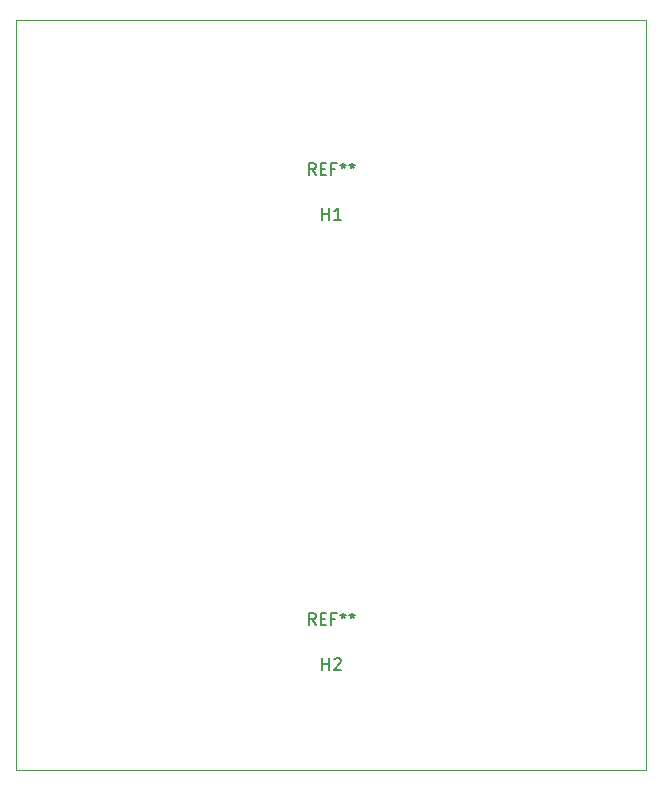
<source format=gbr>
%TF.GenerationSoftware,KiCad,Pcbnew,7.0.7*%
%TF.CreationDate,2023-10-17T22:15:13-05:00*%
%TF.ProjectId,Heater_North_DCT_HSK,48656174-6572-45f4-9e6f-7274685f4443,rev?*%
%TF.SameCoordinates,Original*%
%TF.FileFunction,AssemblyDrawing,Top*%
%FSLAX46Y46*%
G04 Gerber Fmt 4.6, Leading zero omitted, Abs format (unit mm)*
G04 Created by KiCad (PCBNEW 7.0.7) date 2023-10-17 22:15:13*
%MOMM*%
%LPD*%
G01*
G04 APERTURE LIST*
%ADD10C,0.150000*%
%TA.AperFunction,Profile*%
%ADD11C,0.100000*%
%TD*%
G04 APERTURE END LIST*
D10*
X127508095Y-67754819D02*
X127508095Y-66754819D01*
X127508095Y-67231009D02*
X128079523Y-67231009D01*
X128079523Y-67754819D02*
X128079523Y-66754819D01*
X129079523Y-67754819D02*
X128508095Y-67754819D01*
X128793809Y-67754819D02*
X128793809Y-66754819D01*
X128793809Y-66754819D02*
X128698571Y-66897676D01*
X128698571Y-66897676D02*
X128603333Y-66992914D01*
X128603333Y-66992914D02*
X128508095Y-67040533D01*
X126936666Y-63954819D02*
X126603333Y-63478628D01*
X126365238Y-63954819D02*
X126365238Y-62954819D01*
X126365238Y-62954819D02*
X126746190Y-62954819D01*
X126746190Y-62954819D02*
X126841428Y-63002438D01*
X126841428Y-63002438D02*
X126889047Y-63050057D01*
X126889047Y-63050057D02*
X126936666Y-63145295D01*
X126936666Y-63145295D02*
X126936666Y-63288152D01*
X126936666Y-63288152D02*
X126889047Y-63383390D01*
X126889047Y-63383390D02*
X126841428Y-63431009D01*
X126841428Y-63431009D02*
X126746190Y-63478628D01*
X126746190Y-63478628D02*
X126365238Y-63478628D01*
X127365238Y-63431009D02*
X127698571Y-63431009D01*
X127841428Y-63954819D02*
X127365238Y-63954819D01*
X127365238Y-63954819D02*
X127365238Y-62954819D01*
X127365238Y-62954819D02*
X127841428Y-62954819D01*
X128603333Y-63431009D02*
X128270000Y-63431009D01*
X128270000Y-63954819D02*
X128270000Y-62954819D01*
X128270000Y-62954819D02*
X128746190Y-62954819D01*
X129270000Y-62954819D02*
X129270000Y-63192914D01*
X129031905Y-63097676D02*
X129270000Y-63192914D01*
X129270000Y-63192914D02*
X129508095Y-63097676D01*
X129127143Y-63383390D02*
X129270000Y-63192914D01*
X129270000Y-63192914D02*
X129412857Y-63383390D01*
X130031905Y-62954819D02*
X130031905Y-63192914D01*
X129793810Y-63097676D02*
X130031905Y-63192914D01*
X130031905Y-63192914D02*
X130270000Y-63097676D01*
X129889048Y-63383390D02*
X130031905Y-63192914D01*
X130031905Y-63192914D02*
X130174762Y-63383390D01*
X127508095Y-105854819D02*
X127508095Y-104854819D01*
X127508095Y-105331009D02*
X128079523Y-105331009D01*
X128079523Y-105854819D02*
X128079523Y-104854819D01*
X128508095Y-104950057D02*
X128555714Y-104902438D01*
X128555714Y-104902438D02*
X128650952Y-104854819D01*
X128650952Y-104854819D02*
X128889047Y-104854819D01*
X128889047Y-104854819D02*
X128984285Y-104902438D01*
X128984285Y-104902438D02*
X129031904Y-104950057D01*
X129031904Y-104950057D02*
X129079523Y-105045295D01*
X129079523Y-105045295D02*
X129079523Y-105140533D01*
X129079523Y-105140533D02*
X129031904Y-105283390D01*
X129031904Y-105283390D02*
X128460476Y-105854819D01*
X128460476Y-105854819D02*
X129079523Y-105854819D01*
X126936666Y-102054819D02*
X126603333Y-101578628D01*
X126365238Y-102054819D02*
X126365238Y-101054819D01*
X126365238Y-101054819D02*
X126746190Y-101054819D01*
X126746190Y-101054819D02*
X126841428Y-101102438D01*
X126841428Y-101102438D02*
X126889047Y-101150057D01*
X126889047Y-101150057D02*
X126936666Y-101245295D01*
X126936666Y-101245295D02*
X126936666Y-101388152D01*
X126936666Y-101388152D02*
X126889047Y-101483390D01*
X126889047Y-101483390D02*
X126841428Y-101531009D01*
X126841428Y-101531009D02*
X126746190Y-101578628D01*
X126746190Y-101578628D02*
X126365238Y-101578628D01*
X127365238Y-101531009D02*
X127698571Y-101531009D01*
X127841428Y-102054819D02*
X127365238Y-102054819D01*
X127365238Y-102054819D02*
X127365238Y-101054819D01*
X127365238Y-101054819D02*
X127841428Y-101054819D01*
X128603333Y-101531009D02*
X128270000Y-101531009D01*
X128270000Y-102054819D02*
X128270000Y-101054819D01*
X128270000Y-101054819D02*
X128746190Y-101054819D01*
X129270000Y-101054819D02*
X129270000Y-101292914D01*
X129031905Y-101197676D02*
X129270000Y-101292914D01*
X129270000Y-101292914D02*
X129508095Y-101197676D01*
X129127143Y-101483390D02*
X129270000Y-101292914D01*
X129270000Y-101292914D02*
X129412857Y-101483390D01*
X130031905Y-101054819D02*
X130031905Y-101292914D01*
X129793810Y-101197676D02*
X130031905Y-101292914D01*
X130031905Y-101292914D02*
X130270000Y-101197676D01*
X129889048Y-101483390D02*
X130031905Y-101292914D01*
X130031905Y-101292914D02*
X130174762Y-101483390D01*
D11*
X101600000Y-50800000D02*
X154940000Y-50800000D01*
X154940000Y-114300000D01*
X101600000Y-114300000D01*
X101600000Y-50800000D01*
M02*

</source>
